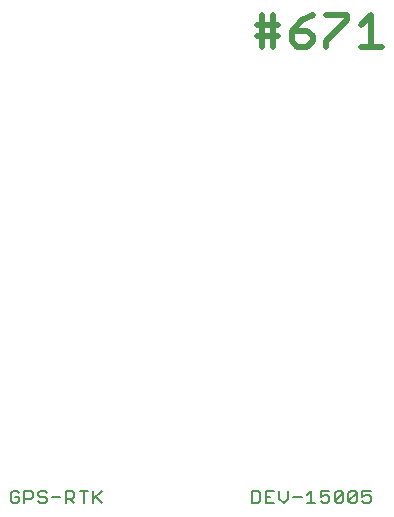
<source format=gto>
G75*
%MOIN*%
%OFA0B0*%
%FSLAX25Y25*%
%IPPOS*%
%LPD*%
%AMOC8*
5,1,8,0,0,1.08239X$1,22.5*
%
%ADD10C,0.01900*%
%ADD11C,0.00800*%
D10*
X0259032Y0212700D02*
X0259032Y0223309D01*
X0262568Y0223309D02*
X0262568Y0212700D01*
X0264336Y0216236D02*
X0257264Y0216236D01*
X0257264Y0219773D02*
X0262568Y0219773D01*
X0264336Y0219773D01*
X0268773Y0218005D02*
X0274078Y0218005D01*
X0275846Y0216236D01*
X0275846Y0214468D01*
X0274078Y0212700D01*
X0270542Y0212700D01*
X0268773Y0214468D01*
X0268773Y0218005D01*
X0272310Y0221541D01*
X0275846Y0223309D01*
X0280283Y0223309D02*
X0287356Y0223309D01*
X0287356Y0221541D01*
X0280283Y0214468D01*
X0280283Y0212700D01*
X0291793Y0212700D02*
X0298866Y0212700D01*
X0295330Y0212700D02*
X0295330Y0223309D01*
X0291793Y0219773D01*
D11*
X0175120Y0061101D02*
X0175820Y0060400D01*
X0177221Y0060400D01*
X0177922Y0061101D01*
X0177922Y0062502D01*
X0176521Y0062502D01*
X0177922Y0063903D02*
X0177221Y0064604D01*
X0175820Y0064604D01*
X0175120Y0063903D01*
X0175120Y0061101D01*
X0179723Y0061801D02*
X0181825Y0061801D01*
X0182526Y0062502D01*
X0182526Y0063903D01*
X0181825Y0064604D01*
X0179723Y0064604D01*
X0179723Y0060400D01*
X0184327Y0061101D02*
X0185028Y0060400D01*
X0186429Y0060400D01*
X0187130Y0061101D01*
X0187130Y0061801D01*
X0186429Y0062502D01*
X0185028Y0062502D01*
X0184327Y0063202D01*
X0184327Y0063903D01*
X0185028Y0064604D01*
X0186429Y0064604D01*
X0187130Y0063903D01*
X0188931Y0062502D02*
X0191734Y0062502D01*
X0193535Y0061801D02*
X0195637Y0061801D01*
X0196338Y0062502D01*
X0196338Y0063903D01*
X0195637Y0064604D01*
X0193535Y0064604D01*
X0193535Y0060400D01*
X0194936Y0061801D02*
X0196338Y0060400D01*
X0199540Y0060400D02*
X0199540Y0064604D01*
X0198139Y0064604D02*
X0200942Y0064604D01*
X0202743Y0064604D02*
X0202743Y0060400D01*
X0202743Y0061801D02*
X0205545Y0064604D01*
X0203444Y0062502D02*
X0205545Y0060400D01*
X0255516Y0060400D02*
X0257617Y0060400D01*
X0258318Y0061101D01*
X0258318Y0063903D01*
X0257617Y0064604D01*
X0255516Y0064604D01*
X0255516Y0060400D01*
X0260120Y0060400D02*
X0262922Y0060400D01*
X0264723Y0061801D02*
X0266125Y0060400D01*
X0267526Y0061801D01*
X0267526Y0064604D01*
X0269327Y0062502D02*
X0272130Y0062502D01*
X0273931Y0063202D02*
X0275333Y0064604D01*
X0275333Y0060400D01*
X0276734Y0060400D02*
X0273931Y0060400D01*
X0278535Y0061101D02*
X0279236Y0060400D01*
X0280637Y0060400D01*
X0281338Y0061101D01*
X0281338Y0062502D01*
X0280637Y0063202D01*
X0279936Y0063202D01*
X0278535Y0062502D01*
X0278535Y0064604D01*
X0281338Y0064604D01*
X0283139Y0063903D02*
X0283840Y0064604D01*
X0285241Y0064604D01*
X0285942Y0063903D01*
X0283139Y0061101D01*
X0283840Y0060400D01*
X0285241Y0060400D01*
X0285942Y0061101D01*
X0285942Y0063903D01*
X0287743Y0063903D02*
X0288444Y0064604D01*
X0289845Y0064604D01*
X0290545Y0063903D01*
X0287743Y0061101D01*
X0288444Y0060400D01*
X0289845Y0060400D01*
X0290545Y0061101D01*
X0290545Y0063903D01*
X0292347Y0064604D02*
X0292347Y0062502D01*
X0293748Y0063202D01*
X0294449Y0063202D01*
X0295149Y0062502D01*
X0295149Y0061101D01*
X0294449Y0060400D01*
X0293048Y0060400D01*
X0292347Y0061101D01*
X0292347Y0064604D02*
X0295149Y0064604D01*
X0287743Y0063903D02*
X0287743Y0061101D01*
X0283139Y0061101D02*
X0283139Y0063903D01*
X0264723Y0064604D02*
X0264723Y0061801D01*
X0261521Y0062502D02*
X0260120Y0062502D01*
X0260120Y0064604D02*
X0260120Y0060400D01*
X0260120Y0064604D02*
X0262922Y0064604D01*
M02*

</source>
